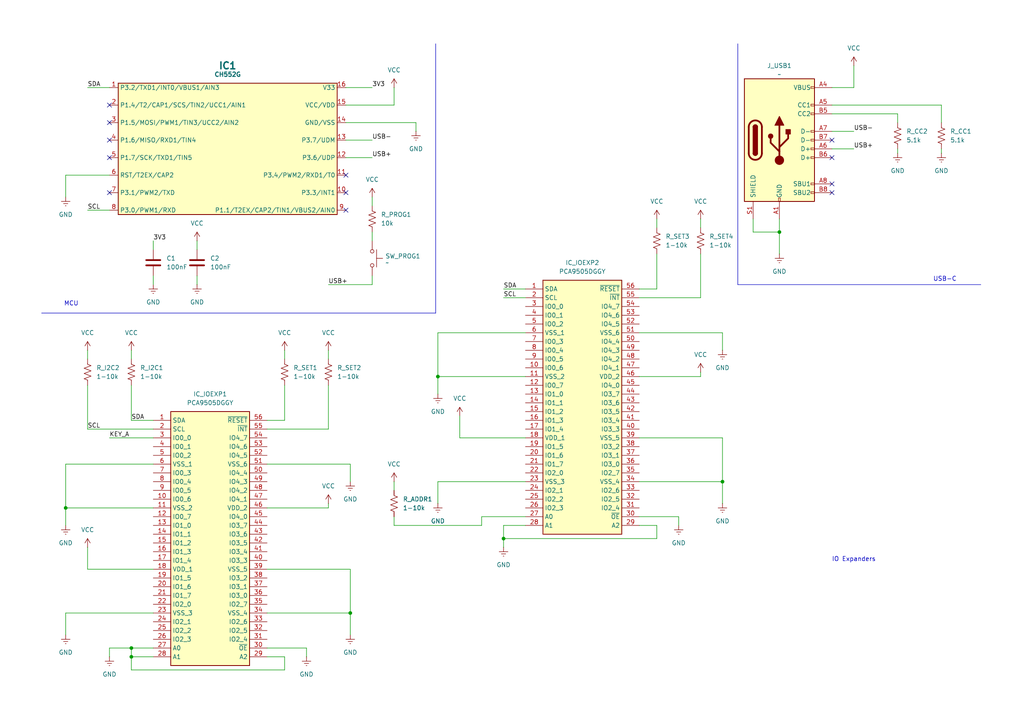
<source format=kicad_sch>
(kicad_sch (version 20231120) (generator "eeschema") (generator_version "8.0")
  (paper "A4")
  (title_block (title "PS-OHK Control") (date "2024-05-16") (rev "1") (company "Polymath-Studio"))
  (lib_symbols
    (symbol "Connector:USB_C_Receptacle_USB2.0_16P" (pin_names (offset 1.016))
      (property "Reference" "J" (at 0 22.225 0))
      (property "Value" "USB_C_Receptacle_USB2.0_16P" (at 0 19.685 0))
      (symbol "USB_C_Receptacle_USB2.0_16P_0_0"
        (rectangle (start -0.254 -17.78) (end 0.254 -16.764))
        (rectangle (start 10.16 -14.986) (end 9.144 -15.494))
        (rectangle (start 10.16 -12.446) (end 9.144 -12.954))
        (rectangle (start 10.16 -4.826) (end 9.144 -5.334))
        (rectangle (start 10.16 -2.286) (end 9.144 -2.794))
        (rectangle (start 10.16 0.254) (end 9.144 -0.254))
        (rectangle (start 10.16 2.794) (end 9.144 2.286))
        (rectangle (start 10.16 7.874) (end 9.144 7.366))
        (rectangle (start 10.16 10.414) (end 9.144 9.906))
        (rectangle (start 10.16 15.494) (end 9.144 14.986))
      )
      (symbol "USB_C_Receptacle_USB2.0_16P_0_1"
        (rectangle (start -10.16 17.78) (end 10.16 -17.78) (stroke (width 0.254)) (fill (type background)))
        (arc (start -8.89 -3.81) (mid -6.985 -5.7067) (end -5.08 -3.81) (stroke (width 0.508)))
        (arc (start -7.62 -3.81) (mid -6.985 -4.4423) (end -6.35 -3.81) (stroke (width 0.254)))
        (arc (start -7.62 -3.81) (mid -6.985 -4.4423) (end -6.35 -3.81) (stroke (width 0.254)) (fill (type outline)))
        (rectangle (start -7.62 -3.81) (end -6.35 3.81) (stroke (width 0.254)) (fill (type outline)))
        (arc (start -6.35 3.81) (mid -6.985 4.4423) (end -7.62 3.81) (stroke (width 0.254)))
        (arc (start -6.35 3.81) (mid -6.985 4.4423) (end -7.62 3.81) (stroke (width 0.254)) (fill (type outline)))
        (arc (start -5.08 3.81) (mid -6.985 5.7067) (end -8.89 3.81) (stroke (width 0.508)))
        (circle (center -2.54 1.143) (radius 0.635) (stroke (width 0.254)) (fill (type outline)))
        (circle (center 0 -5.842) (radius 1.27) (fill (type outline)))
        (polyline (pts (xy -8.89 -3.81) (xy -8.89 3.81)) (stroke (width 0.508)))
        (polyline (pts (xy -5.08 3.81) (xy -5.08 -3.81)) (stroke (width 0.508)))
        (polyline (pts (xy 0 -5.842) (xy 0 4.318)) (stroke (width 0.508)))
        (polyline (pts (xy 0 -3.302) (xy -2.54 -0.762) (xy -2.54 0.508)) (stroke (width 0.508)))
        (polyline (pts (xy 0 -2.032) (xy 2.54 0.508) (xy 2.54 1.778)) (stroke (width 0.508)))
        (polyline (pts (xy -1.27 4.318) (xy 0 6.858) (xy 1.27 4.318) (xy -1.27 4.318)) (stroke (width 0.254)) (fill (type outline)))
        (rectangle (start 1.905 1.778) (end 3.175 3.048) (stroke (width 0.254)) (fill (type outline)))
      )
      (symbol "USB_C_Receptacle_USB2.0_16P_1_1"
        (pin passive line (at 0 -22.86 90) (length 5.08) (name "GND") (number "A1"))
        (pin passive line (at 0 -22.86 90) (length 5.08) hide (name "GND") (number "A12"))
        (pin passive line (at 15.24 15.24 180) (length 5.08) (name "VBUS") (number "A4"))
        (pin bidirectional line (at 15.24 10.16 180) (length 5.08) (name "CC1") (number "A5"))
        (pin bidirectional line (at 15.24 -2.54 180) (length 5.08) (name "D+") (number "A6"))
        (pin bidirectional line (at 15.24 2.54 180) (length 5.08) (name "D-") (number "A7"))
        (pin bidirectional line (at 15.24 -12.7 180) (length 5.08) (name "SBU1") (number "A8"))
        (pin passive line (at 15.24 15.24 180) (length 5.08) hide (name "VBUS") (number "A9"))
        (pin passive line (at 0 -22.86 90) (length 5.08) hide (name "GND") (number "B1"))
        (pin passive line (at 0 -22.86 90) (length 5.08) hide (name "GND") (number "B12"))
        (pin passive line (at 15.24 15.24 180) (length 5.08) hide (name "VBUS") (number "B4"))
        (pin bidirectional line (at 15.24 7.62 180) (length 5.08) (name "CC2") (number "B5"))
        (pin bidirectional line (at 15.24 -5.08 180) (length 5.08) (name "D+") (number "B6"))
        (pin bidirectional line (at 15.24 0 180) (length 5.08) (name "D-") (number "B7"))
        (pin bidirectional line (at 15.24 -15.24 180) (length 5.08) (name "SBU2") (number "B8"))
        (pin passive line (at 15.24 15.24 180) (length 5.08) hide (name "VBUS") (number "B9"))
        (pin passive line (at -7.62 -22.86 90) (length 5.08) (name "SHIELD") (number "S1"))
      )
    )
    (symbol "Device:C" (pin_numbers hide) (pin_names (offset 0.254))
      (property "Reference" "C" (at 0.635 2.54 0))
      (property "Value" "C" (at 0.635 -2.54 0))
      (symbol "C_0_1"
        (polyline (pts (xy -2.032 -0.762) (xy 2.032 -0.762)) (stroke (width 0.508)))
        (polyline (pts (xy -2.032 0.762) (xy 2.032 0.762)) (stroke (width 0.508)))
      )
      (symbol "C_1_1"
        (pin passive line (at 0 3.81 270) (length 2.794) (name "~") (number "1"))
        (pin passive line (at 0 -3.81 90) (length 2.794) (name "~") (number "2"))
      )
    )
    (symbol "Device:R_US" (pin_numbers hide) (pin_names (offset 0))
      (property "Reference" "R" (at 2.54 0 90))
      (property "Value" "R_US" (at -2.54 0 90))
      (symbol "R_US_0_1"
        (polyline (pts (xy 0 -2.286) (xy 0 -2.54)))
        (polyline (pts (xy 0 2.286) (xy 0 2.54)))
        (polyline (pts (xy 0 -0.762) (xy 1.016 -1.143) (xy 0 -1.524) (xy -1.016 -1.905) (xy 0 -2.286)))
        (polyline (pts (xy 0 0.762) (xy 1.016 0.381) (xy 0 0) (xy -1.016 -0.381) (xy 0 -0.762)))
        (polyline (pts (xy 0 2.286) (xy 1.016 1.905) (xy 0 1.524) (xy -1.016 1.143) (xy 0 0.762)))
      )
      (symbol "R_US_1_1"
        (pin passive line (at 0 3.81 270) (length 1.27) (name "~") (number "1"))
        (pin passive line (at 0 -3.81 90) (length 1.27) (name "~") (number "2"))
      )
    )
    (symbol "PCA9505DGGY:PCA9505DGGY"
      (property "Reference" "IC" (at 29.21 7.62 0))
      (property "Value" "PCA9505DGGY" (at 29.21 5.08 0))
      (symbol "PCA9505DGGY_1_1"
        (rectangle (start 5.08 2.54) (end 27.94 -71.12) (stroke (width 0.254)) (fill (type background)))
        (pin passive line (at 0 0 0) (length 5.08) (name "SDA") (number "1"))
        (pin passive line (at 0 -22.86 0) (length 5.08) (name "IO0_6") (number "10"))
        (pin passive line (at 0 -25.4 0) (length 5.08) (name "VSS_2") (number "11"))
        (pin passive line (at 0 -27.94 0) (length 5.08) (name "IO0_7") (number "12"))
        (pin passive line (at 0 -30.48 0) (length 5.08) (name "IO1_0") (number "13"))
        (pin passive line (at 0 -33.02 0) (length 5.08) (name "IO1_1") (number "14"))
        (pin passive line (at 0 -35.56 0) (length 5.08) (name "IO1_2") (number "15"))
        (pin passive line (at 0 -38.1 0) (length 5.08) (name "IO1_3") (number "16"))
        (pin passive line (at 0 -40.64 0) (length 5.08) (name "IO1_4") (number "17"))
        (pin passive line (at 0 -43.18 0) (length 5.08) (name "VDD_1") (number "18"))
        (pin passive line (at 0 -45.72 0) (length 5.08) (name "IO1_5") (number "19"))
        (pin passive line (at 0 -2.54 0) (length 5.08) (name "SCL") (number "2"))
        (pin passive line (at 0 -48.26 0) (length 5.08) (name "IO1_6") (number "20"))
        (pin passive line (at 0 -50.8 0) (length 5.08) (name "IO1_7") (number "21"))
        (pin passive line (at 0 -53.34 0) (length 5.08) (name "IO2_0") (number "22"))
        (pin passive line (at 0 -55.88 0) (length 5.08) (name "VSS_3") (number "23"))
        (pin passive line (at 0 -58.42 0) (length 5.08) (name "IO2_1") (number "24"))
        (pin passive line (at 0 -60.96 0) (length 5.08) (name "IO2_2") (number "25"))
        (pin passive line (at 0 -63.5 0) (length 5.08) (name "IO2_3") (number "26"))
        (pin passive line (at 0 -66.04 0) (length 5.08) (name "A0") (number "27"))
        (pin passive line (at 0 -68.58 0) (length 5.08) (name "A1") (number "28"))
        (pin passive line (at 33.02 -68.58 180) (length 5.08) (name "A2") (number "29"))
        (pin passive line (at 0 -5.08 0) (length 5.08) (name "IO0_0") (number "3"))
        (pin passive line (at 33.02 -66.04 180) (length 5.08) (name "~{OE}") (number "30"))
        (pin passive line (at 33.02 -63.5 180) (length 5.08) (name "IO2_4") (number "31"))
        (pin passive line (at 33.02 -60.96 180) (length 5.08) (name "IO2_5") (number "32"))
        (pin passive line (at 33.02 -58.42 180) (length 5.08) (name "IO2_6") (number "33"))
        (pin passive line (at 33.02 -55.88 180) (length 5.08) (name "VSS_4") (number "34"))
        (pin passive line (at 33.02 -53.34 180) (length 5.08) (name "IO2_7") (number "35"))
        (pin passive line (at 33.02 -50.8 180) (length 5.08) (name "IO3_0") (number "36"))
        (pin passive line (at 33.02 -48.26 180) (length 5.08) (name "IO3_1") (number "37"))
        (pin passive line (at 33.02 -45.72 180) (length 5.08) (name "IO3_2") (number "38"))
        (pin passive line (at 33.02 -43.18 180) (length 5.08) (name "VSS_5") (number "39"))
        (pin passive line (at 0 -7.62 0) (length 5.08) (name "IO0_1") (number "4"))
        (pin passive line (at 33.02 -40.64 180) (length 5.08) (name "IO3_3") (number "40"))
        (pin passive line (at 33.02 -38.1 180) (length 5.08) (name "IO3_4") (number "41"))
        (pin passive line (at 33.02 -35.56 180) (length 5.08) (name "IO3_5") (number "42"))
        (pin passive line (at 33.02 -33.02 180) (length 5.08) (name "IO3_6") (number "43"))
        (pin passive line (at 33.02 -30.48 180) (length 5.08) (name "IO3_7") (number "44"))
        (pin passive line (at 33.02 -27.94 180) (length 5.08) (name "IO4_0") (number "45"))
        (pin passive line (at 33.02 -25.4 180) (length 5.08) (name "VDD_2") (number "46"))
        (pin passive line (at 33.02 -22.86 180) (length 5.08) (name "IO4_1") (number "47"))
        (pin passive line (at 33.02 -20.32 180) (length 5.08) (name "IO4_2") (number "48"))
        (pin passive line (at 33.02 -17.78 180) (length 5.08) (name "IO4_3") (number "49"))
        (pin passive line (at 0 -10.16 0) (length 5.08) (name "IO0_2") (number "5"))
        (pin passive line (at 33.02 -15.24 180) (length 5.08) (name "IO4_4") (number "50"))
        (pin passive line (at 33.02 -12.7 180) (length 5.08) (name "VSS_6") (number "51"))
        (pin passive line (at 33.02 -10.16 180) (length 5.08) (name "IO4_5") (number "52"))
        (pin passive line (at 33.02 -7.62 180) (length 5.08) (name "IO4_6") (number "53"))
        (pin passive line (at 33.02 -5.08 180) (length 5.08) (name "IO4_7") (number "54"))
        (pin passive line (at 33.02 -2.54 180) (length 5.08) (name "~{INT}") (number "55"))
        (pin passive line (at 33.02 0 180) (length 5.08) (name "~{RESET}") (number "56"))
        (pin passive line (at 0 -12.7 0) (length 5.08) (name "VSS_1") (number "6"))
        (pin passive line (at 0 -15.24 0) (length 5.08) (name "IO0_3") (number "7"))
        (pin passive line (at 0 -17.78 0) (length 5.08) (name "IO0_4") (number "8"))
        (pin passive line (at 0 -20.32 0) (length 5.08) (name "IO0_5") (number "9"))
      )
    )
    (symbol "Switch:SW_Push" (pin_numbers hide) (pin_names (offset 1.016) hide)
      (property "Reference" "SW" (at 1.27 2.54 0))
      (property "Value" "SW_Push" (at 0 -1.524 0))
      (symbol "SW_Push_0_1"
        (circle (center -2.032 0) (radius 0.508))
        (polyline (pts (xy 0 1.27) (xy 0 3.048)))
        (polyline (pts (xy 2.54 1.27) (xy -2.54 1.27)))
        (circle (center 2.032 0) (radius 0.508))
        (pin passive line (at -5.08 0 0) (length 2.54) (name "1") (number "1"))
        (pin passive line (at 5.08 0 180) (length 2.54) (name "2") (number "2"))
      )
    )
    (symbol "ch552g:CH552G"
      (property "Reference" "IC" (at 2.0066 -6.35 0))
      (property "Value" "CH552G" (at -3.81 13.97 0))
      (symbol "CH552G_0_1"
        (rectangle (start -31.75 12.7) (end 31.75 -25.4) (stroke (width 0.254)) (fill (type background)))
      )
      (symbol "CH552G_1_1"
        (pin bidirectional line (at -34.29 11.43 0) (length 2.54) (name "P3.2/TXD1/INT0/VBUS1/AIN3") (number "1"))
        (pin bidirectional line (at 34.29 -19.05 180) (length 2.54) (name "P3.3/INT1") (number "10"))
        (pin bidirectional line (at 34.29 -13.97 180) (length 2.54) (name "P3.4/PWM2/RXD1/T0") (number "11"))
        (pin bidirectional line (at 34.29 -8.89 180) (length 2.54) (name "P3.6/UDP") (number "12"))
        (pin bidirectional line (at 34.29 -3.81 180) (length 2.54) (name "P3.7/UDM") (number "13"))
        (pin power_in line (at 34.29 1.27 180) (length 2.54) (name "GND/VSS") (number "14"))
        (pin power_in line (at 34.29 6.35 180) (length 2.54) (name "VCC/VDD") (number "15"))
        (pin power_in line (at 34.29 11.43 180) (length 2.54) (name "V33") (number "16"))
        (pin bidirectional line (at -34.29 6.35 0) (length 2.54) (name "P1.4/T2/CAP1/SCS/TIN2/UCC1/AIN1") (number "2"))
        (pin bidirectional line (at -34.29 1.27 0) (length 2.54) (name "P1.5/MOSI/PWM1/TIN3/UCC2/AIN2") (number "3"))
        (pin bidirectional line (at -34.29 -3.81 0) (length 2.54) (name "P1.6/MISO/RXD1/TIN4") (number "4"))
        (pin bidirectional line (at -34.29 -8.89 0) (length 2.54) (name "P1.7/SCK/TXD1/TIN5") (number "5"))
        (pin bidirectional line (at -34.29 -13.97 0) (length 2.54) (name "RST/T2EX/CAP2") (number "6"))
        (pin bidirectional line (at -34.29 -19.05 0) (length 2.54) (name "P3.1/PWM2/TXD") (number "7"))
        (pin bidirectional line (at -34.29 -24.13 0) (length 2.54) (name "P3.0/PWM1/RXD") (number "8"))
        (pin bidirectional line (at 34.29 -24.13 180) (length 2.54) (name "P1.1/T2EX/CAP2/TIN1/VBUS2/AIN0") (number "9"))
      )
    )
    (symbol "power:Earth" (power) (pin_numbers hide) (pin_names (offset 0) hide)
      (property "Value" "Earth" (at 0 -3.81 0))
      (symbol "Earth_0_1"
        (polyline (pts (xy -0.635 -1.905) (xy 0.635 -1.905)))
        (polyline (pts (xy -0.127 -2.54) (xy 0.127 -2.54)))
        (polyline (pts (xy 0 -1.27) (xy 0 0)))
        (polyline (pts (xy 1.27 -1.27) (xy -1.27 -1.27)))
      )
      (symbol "Earth_1_1"
        (pin power_in line (at 0 0 270) (length 0) (name "~") (number "1"))
      )
    )
    (symbol "power:VCC" (power) (pin_numbers hide) (pin_names (offset 0) hide)
      (property "Value" "VCC" (at 0 3.556 0))
      (symbol "VCC_0_1"
        (polyline (pts (xy -0.762 1.27) (xy 0 2.54)))
        (polyline (pts (xy 0 0) (xy 0 2.54)))
        (polyline (pts (xy 0 2.54) (xy 0.762 1.27)))
      )
      (symbol "VCC_1_1"
        (pin power_in line (at 0 0 90) (length 0) (name "~") (number "1"))
      )
    )
  )
  (junction (at 38.1 187.96))
  (junction (at 209.55 139.7))
  (junction (at 226.06 67.31))
  (junction (at 146.05 156.21))
  (junction (at 38.1 190.5))
  (junction (at 101.6 177.8))
  (junction (at 19.05 147.32))
  (junction (at 127 109.22))
  (no_connect (at 31.75 45.72))
  (no_connect (at 241.3 45.72))
  (no_connect (at 31.75 55.88))
  (no_connect (at 31.75 35.56))
  (no_connect (at 31.75 30.48))
  (no_connect (at 241.3 40.64))
  (no_connect (at 31.75 40.64))
  (no_connect (at 100.33 55.88))
  (no_connect (at 100.33 60.96))
  (no_connect (at 241.3 55.88))
  (no_connect (at 241.3 53.34))
  (no_connect (at 100.33 50.8))
  (wire (pts (xy 114.3 152.4) (xy 139.7 152.4)))
  (wire (pts (xy 38.1 187.96) (xy 44.45 187.96)))
  (wire (pts (xy 127 96.52) (xy 127 109.22)))
  (wire (pts (xy 203.2 63.5) (xy 203.2 66.04)))
  (wire (pts (xy 273.05 30.48) (xy 273.05 35.56)))
  (wire (pts (xy 25.4 124.46) (xy 25.4 111.76)))
  (wire (pts (xy 100.33 40.64) (xy 107.95 40.64)))
  (wire (pts (xy 209.55 127) (xy 209.55 139.7)))
  (wire (pts (xy 101.6 165.1) (xy 101.6 177.8)))
  (wire (pts (xy 152.4 152.4) (xy 146.05 152.4)))
  (wire (pts (xy 38.1 121.92) (xy 44.45 121.92)))
  (wire (pts (xy 95.25 146.05) (xy 95.25 147.32)))
  (wire (pts (xy 241.3 30.48) (xy 273.05 30.48)))
  (wire (pts (xy 107.95 82.55) (xy 95.25 82.55)))
  (wire (pts (xy 77.47 165.1) (xy 101.6 165.1)))
  (wire (pts (xy 107.95 57.15) (xy 107.95 59.69)))
  (wire (pts (xy 203.2 107.95) (xy 203.2 109.22)))
  (wire (pts (xy 146.05 86.36) (xy 152.4 86.36)))
  (wire (pts (xy 77.47 190.5) (xy 82.55 190.5)))
  (wire (pts (xy 226.06 67.31) (xy 226.06 63.5)))
  (wire (pts (xy 185.42 109.22) (xy 203.2 109.22)))
  (wire (pts (xy 146.05 158.75) (xy 146.05 156.21)))
  (wire (pts (xy 19.05 134.62) (xy 19.05 147.32)))
  (wire (pts (xy 152.4 127) (xy 133.35 127)))
  (wire (pts (xy 44.45 80.01) (xy 44.45 82.55)))
  (wire (pts (xy 114.3 139.7) (xy 114.3 142.24)))
  (wire (pts (xy 114.3 149.86) (xy 114.3 152.4)))
  (wire (pts (xy 19.05 50.8) (xy 31.75 50.8)))
  (wire (pts (xy 190.5 152.4) (xy 190.5 156.21)))
  (wire (pts (xy 100.33 45.72) (xy 107.95 45.72)))
  (wire (pts (xy 185.42 96.52) (xy 209.55 96.52)))
  (wire (pts (xy 19.05 147.32) (xy 19.05 152.4)))
  (polyline (pts (xy 12.065 90.805) (xy 126.365 90.805)))
  (wire (pts (xy 146.05 156.21) (xy 146.05 152.4)))
  (wire (pts (xy 241.3 25.4) (xy 247.65 25.4)))
  (wire (pts (xy 114.3 30.48) (xy 114.3 25.4)))
  (wire (pts (xy 77.47 187.96) (xy 88.9 187.96)))
  (wire (pts (xy 82.55 194.31) (xy 38.1 194.31)))
  (wire (pts (xy 100.33 30.48) (xy 114.3 30.48)))
  (wire (pts (xy 190.5 73.66) (xy 190.5 83.82)))
  (wire (pts (xy 203.2 86.36) (xy 203.2 73.66)))
  (wire (pts (xy 127 109.22) (xy 127 114.3)))
  (wire (pts (xy 25.4 60.96) (xy 31.75 60.96)))
  (wire (pts (xy 19.05 184.15) (xy 19.05 177.8)))
  (wire (pts (xy 95.25 101.6) (xy 95.25 104.14)))
  (wire (pts (xy 209.55 139.7) (xy 209.55 146.05)))
  (wire (pts (xy 127 109.22) (xy 152.4 109.22)))
  (wire (pts (xy 260.35 44.45) (xy 260.35 43.18)))
  (wire (pts (xy 88.9 187.96) (xy 88.9 190.5)))
  (wire (pts (xy 120.65 35.56) (xy 120.65 38.1)))
  (wire (pts (xy 247.65 19.05) (xy 247.65 25.4)))
  (wire (pts (xy 77.47 134.62) (xy 101.6 134.62)))
  (wire (pts (xy 241.3 33.02) (xy 260.35 33.02)))
  (wire (pts (xy 38.1 190.5) (xy 38.1 187.96)))
  (wire (pts (xy 209.55 139.7) (xy 185.42 139.7)))
  (wire (pts (xy 44.45 124.46) (xy 25.4 124.46)))
  (wire (pts (xy 139.7 149.86) (xy 152.4 149.86)))
  (wire (pts (xy 100.33 25.4) (xy 107.95 25.4)))
  (wire (pts (xy 127 139.7) (xy 152.4 139.7)))
  (wire (pts (xy 101.6 177.8) (xy 101.6 184.15)))
  (wire (pts (xy 44.45 69.85) (xy 44.45 72.39)))
  (wire (pts (xy 25.4 165.1) (xy 25.4 158.75)))
  (polyline (pts (xy 126.365 12.7) (xy 126.365 90.805)))
  (wire (pts (xy 100.33 35.56) (xy 120.65 35.56)))
  (wire (pts (xy 44.45 134.62) (xy 19.05 134.62)))
  (wire (pts (xy 77.47 147.32) (xy 95.25 147.32)))
  (wire (pts (xy 185.42 127) (xy 209.55 127)))
  (wire (pts (xy 190.5 156.21) (xy 146.05 156.21)))
  (wire (pts (xy 31.75 127) (xy 44.45 127)))
  (wire (pts (xy 185.42 149.86) (xy 196.85 149.86)))
  (wire (pts (xy 31.75 187.96) (xy 38.1 187.96)))
  (wire (pts (xy 196.85 149.86) (xy 196.85 152.4)))
  (wire (pts (xy 139.7 152.4) (xy 139.7 149.86)))
  (wire (pts (xy 31.75 190.5) (xy 31.75 187.96)))
  (wire (pts (xy 190.5 63.5) (xy 190.5 66.04)))
  (wire (pts (xy 19.05 177.8) (xy 44.45 177.8)))
  (wire (pts (xy 226.06 73.66) (xy 226.06 67.31)))
  (wire (pts (xy 218.44 67.31) (xy 226.06 67.31)))
  (polyline (pts (xy 213.995 82.55) (xy 284.48 82.55)))
  (wire (pts (xy 101.6 134.62) (xy 101.6 139.7)))
  (wire (pts (xy 82.55 121.92) (xy 77.47 121.92)))
  (wire (pts (xy 44.45 190.5) (xy 38.1 190.5)))
  (wire (pts (xy 127 146.05) (xy 127 139.7)))
  (wire (pts (xy 77.47 124.46) (xy 95.25 124.46)))
  (wire (pts (xy 95.25 124.46) (xy 95.25 111.76)))
  (wire (pts (xy 25.4 25.4) (xy 31.75 25.4)))
  (wire (pts (xy 19.05 147.32) (xy 44.45 147.32)))
  (wire (pts (xy 241.3 43.18) (xy 247.65 43.18)))
  (wire (pts (xy 185.42 86.36) (xy 203.2 86.36)))
  (wire (pts (xy 44.45 165.1) (xy 25.4 165.1)))
  (wire (pts (xy 57.15 80.01) (xy 57.15 82.55)))
  (wire (pts (xy 57.15 69.85) (xy 57.15 72.39)))
  (wire (pts (xy 82.55 101.6) (xy 82.55 104.14)))
  (wire (pts (xy 38.1 111.76) (xy 38.1 121.92)))
  (wire (pts (xy 133.35 127) (xy 133.35 120.65)))
  (wire (pts (xy 107.95 67.31) (xy 107.95 69.85)))
  (wire (pts (xy 218.44 63.5) (xy 218.44 67.31)))
  (wire (pts (xy 25.4 101.6) (xy 25.4 104.14)))
  (wire (pts (xy 38.1 101.6) (xy 38.1 104.14)))
  (wire (pts (xy 107.95 80.01) (xy 107.95 82.55)))
  (wire (pts (xy 38.1 194.31) (xy 38.1 190.5)))
  (wire (pts (xy 82.55 111.76) (xy 82.55 121.92)))
  (wire (pts (xy 241.3 38.1) (xy 247.65 38.1)))
  (wire (pts (xy 146.05 83.82) (xy 152.4 83.82)))
  (wire (pts (xy 260.35 33.02) (xy 260.35 35.56)))
  (wire (pts (xy 273.05 43.18) (xy 273.05 44.45)))
  (polyline (pts (xy 213.995 12.7) (xy 213.995 82.55)))
  (wire (pts (xy 101.6 177.8) (xy 77.47 177.8)))
  (wire (pts (xy 190.5 83.82) (xy 185.42 83.82)))
  (wire (pts (xy 209.55 96.52) (xy 209.55 101.6)))
  (wire (pts (xy 185.42 152.4) (xy 190.5 152.4)))
  (wire (pts (xy 19.05 50.8) (xy 19.05 57.15)))
  (wire (pts (xy 152.4 96.52) (xy 127 96.52)))
  (wire (pts (xy 82.55 190.5) (xy 82.55 194.31)))
  (text "IO Expanders" (at 247.65 162.306 0) (effects (font (size 1.27 1.27))))
  (text "USB-C" (at 274.066 81.026 0) (effects (font (size 1.27 1.27))))
  (text "MCU" (at 18.542 88.9 0) (effects (font (size 1.27 1.27)) (justify left bottom)))
  (label "SCL" (at 25.4 60.96 0))
  (label "SCL" (at 25.4 124.46 0))
  (label "3V3" (at 44.45 69.85 0))
  (label "SDA" (at 38.1 121.92 0))
  (label "USB+" (at 95.25 82.55 0))
  (label "SCL" (at 146.05 86.36 0))
  (label "SDA" (at 25.4 25.4 0))
  (label "USB-" (at 247.65 38.1 0))
  (label "USB-" (at 107.95 40.64 0))
  (label "USB+" (at 247.65 43.18 0))
  (label "SDA" (at 146.05 83.82 0))
  (label "USB+" (at 107.95 45.72 0))
  (label "KEY_A" (at 31.75 127 0))
  (label "3V3" (at 107.95 25.4 0))
  (symbol (lib_id "power:Earth") (at 19.05 57.15 0) (unit 1)
    (property "Reference" "#PWR03" (effects (hide yes)))
    (property "Value" "GND" (at 19.05 62.23 0))
    (property "Description" "Power symbol creates a global label with name \"Earth\"" (effects (hide yes)))
  )
  (symbol (lib_id "power:VCC") (at 133.35 120.65 0) (unit 1)
    (property "Reference" "#PWR024" (effects (hide yes)))
    (property "Value" "VCC" (at 133.35 115.57 0))
    (property "Description" "Power symbol creates a global label with name \"VCC\"" (effects (hide yes)))
  )
  (symbol (lib_id "PCA9505DGGY:PCA9505DGGY") (at 44.45 121.92 0) (unit 1)
    (property "Reference" "IC_IOEXP1" (at 60.96 114.3 0))
    (property "Value" "PCA9505DGGY" (at 60.96 116.84 0))
    (property "Footprint" "PCA9505DGGY:SOP50P810X120-56N" (effects (hide yes)))
    (property "Datasheet" "https://www.mouser.es/datasheet/2/302/PCA9505_9506-2539769.pdf" (effects (hide yes)))
    (property "Description" "Interface - I/O Expanders 40-bit I2C-bus I/O port with RESET, OE and INT" (effects (hide yes)))
    (property "Height" "1.2" (effects (hide yes)))
    (property "Mouser Part Number" "771-PCA9505DGGY" (effects (hide yes)))
    (property "Mouser Price/Stock" "https://www.mouser.co.uk/ProductDetail/NXP-Semiconductors/PCA9505DGGY?qs=pBJMDPsKWf1CmIK0nlAc%2FA%3D%3D" (effects (hide yes)))
    (property "Manufacturer_Name" "NXP" (effects (hide yes)))
    (property "Manufacturer_Part_Number" "PCA9505DGGY" (effects (hide yes)))
  )
  (symbol (lib_id "power:VCC") (at 203.2 107.95 0) (unit 1)
    (property "Reference" "#PWR030" (effects (hide yes)))
    (property "Value" "VCC" (at 203.2 102.87 0))
    (property "Description" "Power symbol creates a global label with name \"VCC\"" (effects (hide yes)))
  )
  (symbol (lib_id "power:Earth") (at 31.75 190.5 0) (unit 1)
    (property "Reference" "#PWR015" (effects (hide yes)))
    (property "Value" "GND" (at 31.75 195.58 0))
    (property "Description" "Power symbol creates a global label with name \"Earth\"" (effects (hide yes)))
  )
  (symbol (lib_id "Switch:SW_Push") (at 107.95 74.93 270) (unit 1)
    (property "Reference" "SW_PROG1" (at 111.76 74.2949 90) (effects (justify left)))
    (property "Value" "~" (at 111.76 76.2 90) (effects (justify left)))
    (property "Footprint" "Button_Switch_SMD:SW_Push_1P1T_NO_6x6mm_H9.5mm" (effects (hide yes)))
  )
  (symbol (lib_id "power:Earth") (at 146.05 158.75 0) (unit 1)
    (property "Reference" "#PWR025" (effects (hide yes)))
    (property "Value" "GND" (at 146.05 163.83 0))
    (property "Description" "Power symbol creates a global label with name \"Earth\"" (effects (hide yes)))
  )
  (symbol (lib_id "power:VCC") (at 38.1 101.6 0) (unit 1)
    (property "Reference" "#PWR010" (effects (hide yes)))
    (property "Value" "VCC" (at 38.1 96.52 0))
    (property "Description" "Power symbol creates a global label with name \"VCC\"" (effects (hide yes)))
  )
  (symbol (lib_id "power:Earth") (at 273.05 44.45 0) (unit 1)
    (property "Reference" "#PWR035" (effects (hide yes)))
    (property "Value" "GND" (at 273.05 49.53 0))
    (property "Description" "Power symbol creates a global label with name \"Earth\"" (effects (hide yes)))
  )
  (symbol (lib_id "Device:R_US") (at 190.5 69.85 0) (unit 1)
    (property "Reference" "R_SET3" (at 193.04 68.5799 0) (effects (justify left)))
    (property "Value" "1-10k" (at 193.04 71.1199 0) (effects (justify left)))
    (property "Footprint" "Resistor_SMD:R_0603_1608Metric" (effects (hide yes)))
    (property "Description" "Resistor, US symbol" (effects (hide yes)))
  )
  (symbol (lib_id "Device:R_US") (at 38.1 107.95 0) (unit 1)
    (property "Reference" "R_I2C1" (at 40.64 106.6799 0) (effects (justify left)))
    (property "Value" "1-10k" (at 40.64 109.2199 0) (effects (justify left)))
    (property "Footprint" "Resistor_SMD:R_0603_1608Metric" (effects (hide yes)))
    (property "Description" "Resistor, US symbol" (effects (hide yes)))
  )
  (symbol (lib_id "Device:R_US") (at 107.95 63.5 0) (unit 1)
    (property "Reference" "R_PROG1" (at 110.49 62.2299 0) (effects (justify left)))
    (property "Value" "10k" (at 110.49 64.7699 0) (effects (justify left)))
    (property "Footprint" "Resistor_SMD:R_0603_1608Metric" (effects (hide yes)))
  )
  (symbol (lib_id "Device:R_US") (at 95.25 107.95 0) (unit 1)
    (property "Reference" "R_SET2" (at 97.79 106.6799 0) (effects (justify left)))
    (property "Value" "1-10k" (at 97.79 109.2199 0) (effects (justify left)))
    (property "Footprint" "Resistor_SMD:R_0603_1608Metric" (effects (hide yes)))
    (property "Description" "Resistor, US symbol" (effects (hide yes)))
  )
  (symbol (lib_id "power:VCC") (at 114.3 139.7 0) (unit 1)
    (property "Reference" "#PWR036" (effects (hide yes)))
    (property "Value" "VCC" (at 114.3 134.62 0))
    (property "Description" "Power symbol creates a global label with name \"VCC\"" (effects (hide yes)))
  )
  (symbol (lib_id "Connector:USB_C_Receptacle_USB2.0_16P") (at 226.06 40.64 0) (unit 1)
    (property "Reference" "J_USB1" (at 226.06 19.05 0))
    (property "Value" "~" (at 226.06 21.59 0))
    (property "Footprint" "Connector_USB:USB_C_Receptacle_HCTL_HC-TYPE-C-16P-01A" (effects (hide yes)))
    (property "Datasheet" "https://www.usb.org/sites/default/files/documents/usb_type-c.zip" (effects (hide yes)))
    (property "Description" "USB 2.0-only 16P Type-C Receptacle connector" (effects (hide yes)))
  )
  (symbol (lib_id "power:Earth") (at 209.55 101.6 0) (unit 1)
    (property "Reference" "#PWR031" (effects (hide yes)))
    (property "Value" "GND" (at 209.55 106.68 0))
    (property "Description" "Power symbol creates a global label with name \"Earth\"" (effects (hide yes)))
  )
  (symbol (lib_id "power:Earth") (at 44.45 82.55 0) (unit 1)
    (property "Reference" "#PWR01" (effects (hide yes)))
    (property "Value" "GND" (at 44.45 87.63 0))
    (property "Description" "Power symbol creates a global label with name \"Earth\"" (effects (hide yes)))
  )
  (symbol (lib_id "power:VCC") (at 95.25 146.05 0) (unit 1)
    (property "Reference" "#PWR017" (effects (hide yes)))
    (property "Value" "VCC" (at 95.25 140.97 0))
    (property "Description" "Power symbol creates a global label with name \"VCC\"" (effects (hide yes)))
  )
  (symbol (lib_id "power:Earth") (at 57.15 82.55 0) (unit 1)
    (property "Reference" "#PWR02" (effects (hide yes)))
    (property "Value" "GND" (at 57.15 87.63 0))
    (property "Description" "Power symbol creates a global label with name \"Earth\"" (effects (hide yes)))
  )
  (symbol (lib_id "power:Earth") (at 101.6 139.7 0) (unit 1)
    (property "Reference" "#PWR018" (effects (hide yes)))
    (property "Value" "GND" (at 101.6 144.78 0))
    (property "Description" "Power symbol creates a global label with name \"Earth\"" (effects (hide yes)))
  )
  (symbol (lib_id "power:VCC") (at 95.25 101.6 0) (unit 1)
    (property "Reference" "#PWR012" (effects (hide yes)))
    (property "Value" "VCC" (at 95.25 96.52 0))
    (property "Description" "Power symbol creates a global label with name \"VCC\"" (effects (hide yes)))
  )
  (symbol (lib_id "PCA9505DGGY:PCA9505DGGY") (at 152.4 83.82 0) (unit 1)
    (property "Reference" "IC_IOEXP2" (at 168.91 76.2 0))
    (property "Value" "PCA9505DGGY" (at 168.91 78.74 0))
    (property "Footprint" "PCA9505DGGY:SOP50P810X120-56N" (effects (hide yes)))
    (property "Datasheet" "https://www.mouser.es/datasheet/2/302/PCA9505_9506-2539769.pdf" (effects (hide yes)))
    (property "Description" "Interface - I/O Expanders 40-bit I2C-bus I/O port with RESET, OE and INT" (effects (hide yes)))
    (property "Height" "1.2" (effects (hide yes)))
    (property "Mouser Part Number" "771-PCA9505DGGY" (effects (hide yes)))
    (property "Mouser Price/Stock" "https://www.mouser.co.uk/ProductDetail/NXP-Semiconductors/PCA9505DGGY?qs=pBJMDPsKWf1CmIK0nlAc%2FA%3D%3D" (effects (hide yes)))
    (property "Manufacturer_Name" "NXP" (effects (hide yes)))
    (property "Manufacturer_Part_Number" "PCA9505DGGY" (effects (hide yes)))
  )
  (symbol (lib_id "ch552g:CH552G") (at 66.04 36.83 0) (unit 1)
    (property "Reference" "IC1" (at 66.04 19.05 0) (effects (font (size 2.0066 2.0066) (bold yes))))
    (property "Value" "CH552G" (at 66.04 21.59 0) (effects (font (bold yes))))
    (property "Footprint" "ch552g:SOIC-16_3.9x9.9mm_Pitch1.27mm" (effects (hide yes)))
    (property "Datasheet" "https://datasheet.lcsc.com/szlcsc/1812131556_Jiangsu-Qin-Heng-CH552G_C111292.pdf" (effects (hide yes)))
  )
  (symbol (lib_id "power:Earth") (at 101.6 184.15 0) (unit 1)
    (property "Reference" "#PWR019" (effects (hide yes)))
    (property "Value" "GND" (at 101.6 189.23 0))
    (property "Description" "Power symbol creates a global label with name \"Earth\"" (effects (hide yes)))
  )
  (symbol (lib_id "power:Earth") (at 196.85 152.4 0) (unit 1)
    (property "Reference" "#PWR028" (effects (hide yes)))
    (property "Value" "GND" (at 196.85 157.48 0))
    (property "Description" "Power symbol creates a global label with name \"Earth\"" (effects (hide yes)))
  )
  (symbol (lib_id "power:VCC") (at 203.2 63.5 0) (unit 1)
    (property "Reference" "#PWR029" (effects (hide yes)))
    (property "Value" "VCC" (at 203.2 58.42 0))
    (property "Description" "Power symbol creates a global label with name \"VCC\"" (effects (hide yes)))
  )
  (symbol (lib_id "power:VCC") (at 25.4 158.75 0) (unit 1)
    (property "Reference" "#PWR016" (effects (hide yes)))
    (property "Value" "VCC" (at 25.4 153.67 0))
    (property "Description" "Power symbol creates a global label with name \"VCC\"" (effects (hide yes)))
  )
  (symbol (lib_id "power:VCC") (at 25.4 101.6 0) (unit 1)
    (property "Reference" "#PWR09" (effects (hide yes)))
    (property "Value" "VCC" (at 25.4 96.52 0))
    (property "Description" "Power symbol creates a global label with name \"VCC\"" (effects (hide yes)))
  )
  (symbol (lib_id "Device:R_US") (at 114.3 146.05 0) (unit 1)
    (property "Reference" "R_ADDR1" (at 116.84 144.7799 0) (effects (justify left)))
    (property "Value" "1-10k" (at 116.84 147.3199 0) (effects (justify left)))
    (property "Footprint" "Resistor_SMD:R_0603_1608Metric" (effects (hide yes)))
    (property "Description" "Resistor, US symbol" (effects (hide yes)))
  )
  (symbol (lib_id "power:Earth") (at 127 114.3 0) (unit 1)
    (property "Reference" "#PWR021" (effects (hide yes)))
    (property "Value" "GND" (at 127 119.38 0))
    (property "Description" "Power symbol creates a global label with name \"Earth\"" (effects (hide yes)))
  )
  (symbol (lib_id "Device:R_US") (at 25.4 107.95 0) (unit 1)
    (property "Reference" "R_I2C2" (at 27.94 106.6799 0) (effects (justify left)))
    (property "Value" "1-10k" (at 27.94 109.2199 0) (effects (justify left)))
    (property "Footprint" "Resistor_SMD:R_0603_1608Metric" (effects (hide yes)))
    (property "Description" "Resistor, US symbol" (effects (hide yes)))
  )
  (symbol (lib_id "power:VCC") (at 114.3 25.4 0) (unit 1)
    (property "Reference" "#PWR04" (effects (hide yes)))
    (property "Value" "VCC" (at 114.3 20.32 0))
    (property "Description" "Power symbol creates a global label with name \"VCC\"" (effects (hide yes)))
  )
  (symbol (lib_id "power:VCC") (at 57.15 69.85 0) (unit 1)
    (property "Reference" "#PWR06" (effects (hide yes)))
    (property "Value" "VCC" (at 57.15 64.77 0))
    (property "Description" "Power symbol creates a global label with name \"VCC\"" (effects (hide yes)))
  )
  (symbol (lib_id "Device:R_US") (at 273.05 39.37 0) (unit 1)
    (property "Reference" "R_CC1" (at 275.59 38.0999 0) (effects (justify left)))
    (property "Value" "5.1k" (at 275.59 40.6399 0) (effects (justify left)))
    (property "Footprint" "Resistor_SMD:R_0603_1608Metric" (effects (hide yes)))
  )
  (symbol (lib_id "power:VCC") (at 82.55 101.6 0) (unit 1)
    (property "Reference" "#PWR011" (effects (hide yes)))
    (property "Value" "VCC" (at 82.55 96.52 0))
    (property "Description" "Power symbol creates a global label with name \"VCC\"" (effects (hide yes)))
  )
  (symbol (lib_id "power:Earth") (at 209.55 146.05 0) (unit 1)
    (property "Reference" "#PWR032" (effects (hide yes)))
    (property "Value" "GND" (at 209.55 151.13 0))
    (property "Description" "Power symbol creates a global label with name \"Earth\"" (effects (hide yes)))
  )
  (symbol (lib_id "power:Earth") (at 88.9 190.5 0) (unit 1)
    (property "Reference" "#PWR020" (effects (hide yes)))
    (property "Value" "GND" (at 88.9 195.58 0))
    (property "Description" "Power symbol creates a global label with name \"Earth\"" (effects (hide yes)))
  )
  (symbol (lib_id "Device:R_US") (at 260.35 39.37 0) (unit 1)
    (property "Reference" "R_CC2" (at 262.89 38.0999 0) (effects (justify left)))
    (property "Value" "5.1k" (at 262.89 40.6399 0) (effects (justify left)))
    (property "Footprint" "Resistor_SMD:R_0603_1608Metric" (effects (hide yes)))
  )
  (symbol (lib_id "power:Earth") (at 19.05 152.4 0) (unit 1)
    (property "Reference" "#PWR013" (effects (hide yes)))
    (property "Value" "GND" (at 19.05 157.48 0))
    (property "Description" "Power symbol creates a global label with name \"Earth\"" (effects (hide yes)))
  )
  (symbol (lib_id "power:VCC") (at 190.5 63.5 0) (unit 1)
    (property "Reference" "#PWR027" (effects (hide yes)))
    (property "Value" "VCC" (at 190.5 58.42 0))
    (property "Description" "Power symbol creates a global label with name \"VCC\"" (effects (hide yes)))
  )
  (symbol (lib_id "power:VCC") (at 107.95 57.15 0) (unit 1)
    (property "Reference" "#PWR08" (effects (hide yes)))
    (property "Value" "VCC" (at 107.95 52.07 0))
    (property "Description" "Power symbol creates a global label with name \"VCC\"" (effects (hide yes)))
  )
  (symbol (lib_id "Device:R_US") (at 82.55 107.95 0) (unit 1)
    (property "Reference" "R_SET1" (at 85.09 106.6799 0) (effects (justify left)))
    (property "Value" "1-10k" (at 85.09 109.2199 0) (effects (justify left)))
    (property "Footprint" "Resistor_SMD:R_0603_1608Metric" (effects (hide yes)))
    (property "Description" "Resistor, US symbol" (effects (hide yes)))
  )
  (symbol (lib_id "Device:R_US") (at 203.2 69.85 0) (unit 1)
    (property "Reference" "R_SET4" (at 205.74 68.5799 0) (effects (justify left)))
    (property "Value" "1-10k" (at 205.74 71.1199 0) (effects (justify left)))
    (property "Footprint" "Resistor_SMD:R_0603_1608Metric" (effects (hide yes)))
    (property "Description" "Resistor, US symbol" (effects (hide yes)))
  )
  (symbol (lib_id "power:VCC") (at 247.65 19.05 0) (unit 1)
    (property "Reference" "#PWR07" (effects (hide yes)))
    (property "Value" "VCC" (at 247.65 13.97 0))
    (property "Description" "Power symbol creates a global label with name \"VCC\"" (effects (hide yes)))
  )
  (symbol (lib_id "power:Earth") (at 120.65 38.1 0) (unit 1)
    (property "Reference" "#PWR05" (effects (hide yes)))
    (property "Value" "GND" (at 120.65 43.18 0))
    (property "Description" "Power symbol creates a global label with name \"Earth\"" (effects (hide yes)))
  )
  (symbol (lib_id "Device:C") (at 57.15 76.2 0) (unit 1)
    (property "Reference" "C2" (at 60.96 74.93 0) (effects (justify left)))
    (property "Value" "100nF" (at 60.96 77.47 0) (effects (justify left)))
    (property "Footprint" "Capacitor_SMD:C_0603_1608Metric" (effects (hide yes)))
  )
  (symbol (lib_id "power:Earth") (at 226.06 73.66 0) (unit 1)
    (property "Reference" "#PWR034" (effects (hide yes)))
    (property "Value" "GND" (at 226.06 78.74 0))
    (property "Description" "Power symbol creates a global label with name \"Earth\"" (effects (hide yes)))
  )
  (symbol (lib_id "power:Earth") (at 19.05 184.15 0) (unit 1)
    (property "Reference" "#PWR014" (effects (hide yes)))
    (property "Value" "GND" (at 19.05 189.23 0))
    (property "Description" "Power symbol creates a global label with name \"Earth\"" (effects (hide yes)))
  )
  (symbol (lib_id "power:Earth") (at 127 146.05 0) (unit 1)
    (property "Reference" "#PWR022" (effects (hide yes)))
    (property "Value" "GND" (at 127 151.13 0))
    (property "Description" "Power symbol creates a global label with name \"Earth\"" (effects (hide yes)))
  )
  (symbol (lib_id "Device:C") (at 44.45 76.2 0) (unit 1)
    (property "Reference" "C1" (at 48.26 74.93 0) (effects (justify left)))
    (property "Value" "100nF" (at 48.26 77.47 0) (effects (justify left)))
    (property "Footprint" "Capacitor_SMD:C_0603_1608Metric" (effects (hide yes)))
  )
  (symbol (lib_id "power:Earth") (at 260.35 44.45 0) (unit 1)
    (property "Reference" "#PWR033" (effects (hide yes)))
    (property "Value" "GND" (at 260.35 49.53 0))
    (property "Description" "Power symbol creates a global label with name \"Earth\"" (effects (hide yes)))
  )
)
</source>
